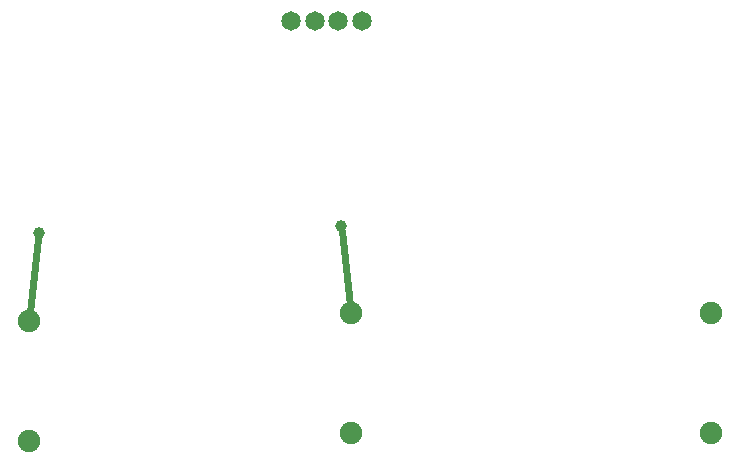
<source format=gbl>
G04 MADE WITH FRITZING*
G04 WWW.FRITZING.ORG*
G04 DOUBLE SIDED*
G04 HOLES PLATED*
G04 CONTOUR ON CENTER OF CONTOUR VECTOR*
%ASAXBY*%
%FSLAX23Y23*%
%MOIN*%
%OFA0B0*%
%SFA1.0B1.0*%
%ADD10C,0.039370*%
%ADD11C,0.065000*%
%ADD12C,0.075000*%
%ADD13C,0.024000*%
%LNCOPPER0*%
G90*
G70*
G54D10*
X703Y819D03*
X1711Y843D03*
G54D11*
X1545Y1526D03*
X1624Y1526D03*
X1702Y1526D03*
X1781Y1526D03*
G54D12*
X670Y526D03*
X670Y126D03*
X1745Y551D03*
X1745Y151D03*
X2945Y551D03*
X2945Y151D03*
G54D13*
X701Y800D02*
X673Y554D01*
D02*
X1713Y824D02*
X1742Y579D01*
G04 End of Copper0*
M02*
</source>
